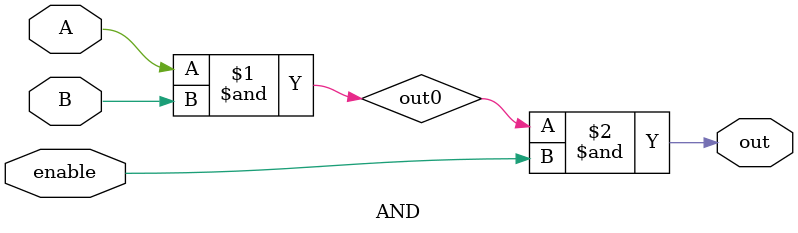
<source format=v>
module AND(A,B,out,enable);

input A,B;
output out;
input enable;

wire out0;

and(out0,A,B);

and(out,out0,enable);

endmodule

</source>
